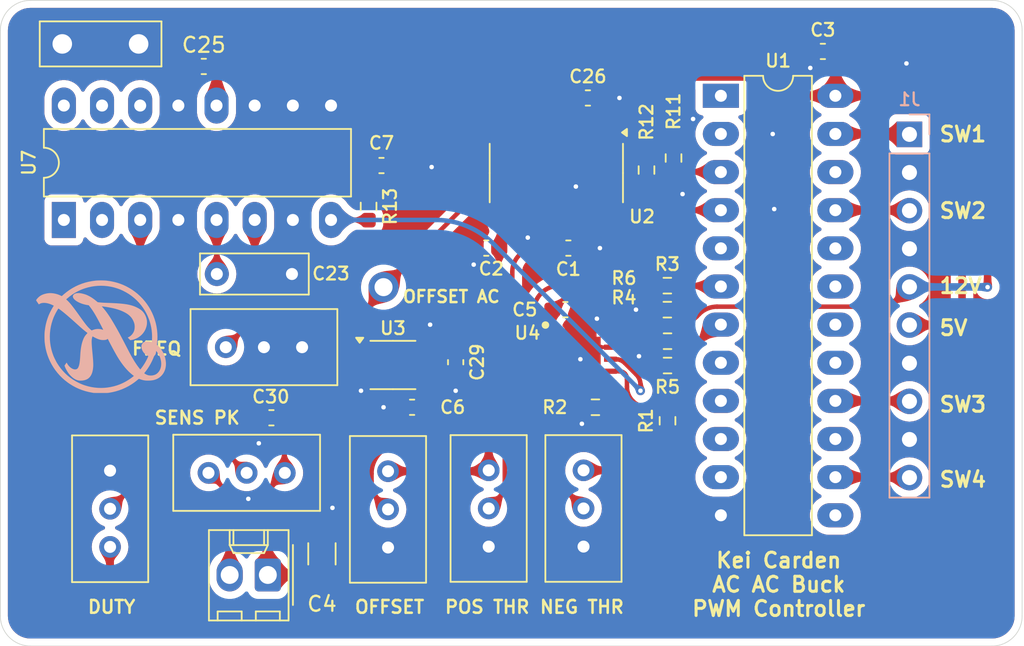
<source format=kicad_pcb>
(kicad_pcb (version 20240108) (generator "pcbnew") (generator_version "8.0")
  (layers (0 "F.Cu" signal) (31 "B.Cu" signal) (34 "B.Paste" user) (35 "F.Paste" user) (36 "B.SilkS" user "B.Silkscreen") (37 "F.SilkS" user "F.Silkscreen") (38 "B.Mask" user) (39 "F.Mask" user) (44 "Edge.Cuts" user))
  (net 0 "")
  (net 1 "GND")
  (net 2 "+12V")
  (net 3 "+5V")
  (net 4 "/PWM")
  (net 5 "Net-(U7-CT)")
  (net 6 "Net-(U7-RT)")
  (net 7 "Net-(U7-FB)")
  (net 8 "/PWMB_1")
  (net 9 "/PWMB_2")
  (net 10 "/PWMA_2")
  (net 11 "/NEG_SIG")
  (net 12 "/PWMA_1")
  (net 13 "/POS_SIG")
  (net 14 "Net-(U2C-+)")
  (net 15 "Net-(U2D--)")
  (net 16 "/VOLT_SIGNAL")
  (net 17 "Net-(U3B-+)")
  (net 18 "/enable")
  (net 19 "Net-(U4-RDT)")
  (net 22 "/PWM_2")
  (net 24 "/PWM_1")
  (net 25 "/VOLT_SIGNAL_BUFF")
  (net 43 "Net-(U4-HO)")
  (net 44 "Net-(U4-LO)")
  (net 45 "Net-(J6-Pin_2)")
  (net 46 "Net-(J6-Pin_1)")
  (footprint "Capacitor_SMD:C_0603_1608Metric_Pad1.08x0.95mm_HandSolder" (layer "F.Cu") (at 132.0375 102.8 180)
    (property "Reference" "C30")
    (property "Value" "100n")
  )
  (footprint "Capacitor_SMD:C_0603_1608Metric_Pad1.08x0.95mm_HandSolder" (layer "F.Cu") (at 151.6 95.6 180)
    (property "Reference" "C5")
    (property "Value" "1u")
  )
  (footprint "Capacitor_SMD:C_0603_1608Metric_Pad1.08x0.95mm_HandSolder" (layer "F.Cu") (at 168.7375 78.4)
    (property "Reference" "C3")
    (property "Value" "100n")
  )
  (footprint "logo:logo" (layer "F.Cu") (at 120.407023 98.59219)
    (property "Reference" "G***" (hide yes))
    (property "Value" "LOGO" (hide yes))
  )
  (footprint "Resistor_SMD:R_0603_1608Metric_Pad0.98x0.95mm_HandSolder" (layer "F.Cu") (at 157 86.3 -90)
    (property "Reference" "R12")
    (property "Value" "1k")
  )
  (footprint "Resistor_SMD:R_0603_1608Metric_Pad0.98x0.95mm_HandSolder" (layer "F.Cu") (at 158.4 99.32 180)
    (property "Reference" "R5")
    (property "Value" "EN")
  )
  (footprint "Capacitor_SMD:C_0603_1608Metric_Pad1.08x0.95mm_HandSolder" (layer "F.Cu") (at 139.3625 86 180)
    (property "Reference" "C7")
    (property "Value" "100n")
  )
  (footprint "Resistor_SMD:R_0603_1608Metric_Pad0.98x0.95mm_HandSolder" (layer "F.Cu") (at 153.6 102.1 180)
    (property "Reference" "R2")
    (property "Value" "R")
  )
  (footprint "Capacitor_SMD:C_0603_1608Metric_Pad1.08x0.95mm_HandSolder" (layer "F.Cu") (at 146.3375 91.5 180)
    (property "Reference" "C2")
    (property "Value" "1u")
  )
  (footprint "Potentiometer_THT:Potentiometer_Bourns_3296W_Vertical" (layer "F.Cu") (at 139.8 111.44 -90)
    (property "Reference" "OFFSET1" (hide yes))
    (property "Value" "10k")
  )
  (footprint "Potentiometer_THT:Potentiometer_Bourns_3296W_Vertical" (layer "F.Cu") (at 152.81 111.38 -90)
    (property "Reference" "NEG_THRESH1" (hide yes))
    (property "Value" "10k")
  )
  (footprint "Capacitor_THT:C_Rect_L7.0mm_W2.5mm_P5.00mm" (layer "F.Cu") (at 128.405 93.225)
    (property "Reference" "C23")
    (property "Value" "10n")
  )
  (footprint "Potentiometer_THT:Potentiometer_Bourns_3296W_Vertical" (layer "F.Cu") (at 127.85 106.47 180)
    (property "Reference" "AC_VOLT_SIG1" (hide yes))
    (property "Value" "10k")
  )
  (footprint "Capacitor_SMD:C_0603_1608Metric_Pad1.08x0.95mm_HandSolder" (layer "F.Cu") (at 144.3 99.1 -90)
    (property "Reference" "C29")
    (property "Value" "100n")
  )
  (footprint "Potentiometer_THT:Potentiometer_Bourns_3296W_Vertical" (layer "F.Cu") (at 121.3 106.32 90)
    (property "Reference" "DUTY1" (hide yes))
    (property "Value" "50k")
  )
  (footprint "Capacitor_SMD:C_0603_1608Metric_Pad1.08x0.95mm_HandSolder" (layer "F.Cu") (at 153.1 81.5)
    (property "Reference" "C26")
    (property "Value" "100n")
  )
  (footprint "Package_DIP:DIP-16_W7.62mm_LongPads" (layer "F.Cu") (at 118.225 89.625 90)
    (property "Reference" "U7")
    (property "Value" "TL494")
  )
  (footprint "TestPoint:TestPoint_2Pads_Pitch5.08mm_Drill1.3mm" (layer "F.Cu") (at 118.12 77.9)
    (property "Reference" "TP1" (hide yes))
    (property "Value" "GND")
  )
  (footprint "Resistor_SMD:R_0603_1608Metric_Pad0.98x0.95mm_HandSolder" (layer "F.Cu") (at 158.3875 94)
    (property "Reference" "R3")
    (property "Value" "R")
  )
  (footprint "Resistor_SMD:R_0603_1608Metric_Pad0.98x0.95mm_HandSolder" (layer "F.Cu") (at 158.3875 95.6 180)
    (property "Reference" "R6")
    (property "Value" "EN")
  )
  (footprint "Resistor_SMD:R_0603_1608Metric_Pad0.98x0.95mm_HandSolder" (layer "F.Cu") (at 138.505 88.725 -90)
    (property "Reference" "R13")
    (property "Value" "1k")
  )
  (footprint "Package_DIP:DIP-24_W7.62mm_LongPads" (layer "F.Cu") (at 161.95 81.355)
    (property "Reference" "U1")
    (property "Value" "ATF22V10BQL")
  )
  (footprint "Package_SO:SOIC-14_3.9x8.7mm_P1.27mm" (layer "F.Cu") (at 151 86.5 -90)
    (property "Reference" "U2")
    (property "Value" "LM339")
  )
  (footprint "Resistor_SMD:R_0603_1608Metric_Pad0.98x0.95mm_HandSolder" (layer "F.Cu") (at 158.4 97.7)
    (property "Reference" "R4")
    (property "Value" "R")
  )
  (footprint "Resistor_SMD:R_0603_1608Metric_Pad0.98x0.95mm_HandSolder" (layer "F.Cu") (at 158.8 85.5 -90)
    (property "Reference" "R11")
    (property "Value" "1k")
  )
  (footprint "Package_SO:VSSOP-8_3x3mm_P0.65mm" (layer "F.Cu") (at 140.125 99.285)
    (property "Reference" "U3")
    (property "Value" "LM8262")
  )
  (footprint "Potentiometer_THT:Potentiometer_Bourns_3296W_Vertical" (layer "F.Cu") (at 146.5 111.38 -90)
    (property "Reference" "POS_THRESH1" (hide yes))
    (property "Value" "10k")
  )
  (footprint "Capacitor_SMD:C_0603_1608Metric_Pad1.08x0.95mm_HandSolder" (layer "F.Cu") (at 151.8 91.5)
    (property "Reference" "C1")
    (property "Value" "1u")
  )
  (footprint "Capacitor_SMD:C_0603_1608Metric_Pad1.08x0.95mm_HandSolder" (layer "F.Cu") (at 141.4 102.1 180)
    (property "Reference" "C6")
    (property "Value" "100n")
  )
  (footprint "Resistor_SMD:R_0603_1608Metric_Pad0.98x0.95mm_HandSolder" (layer "F.Cu") (at 158.4 103 90)
    (property "Reference" "R1")
    (property "Value" "EN")
  )
  (footprint "Capacitor_SMD:C_0603_1608Metric_Pad1.08x0.95mm_HandSolder" (layer "F.Cu") (at 127.5375 79.4)
    (property "Reference" "C25")
    (property "Value" "100n")
  )
  (footprint "Potentiometer_THT:Potentiometer_Bourns_3296W_Vertical" (layer "F.Cu") (at 129 98.1 180)
    (property "Reference" "FREQ1" (hide yes))
    (property "Value" "50k")
  )
  (footprint "footprints:SON80P400X400X75-11N" (layer "F.Cu") (at 152.65 98.9)
    (property "Reference" "U4")
    (property "Value" "~" (hide yes))
  )
  (footprint "Connector_Molex:Molex_KK-254_AE-6410-02A_1x02_P2.54mm_Vertical" (layer "F.Cu") (at 131.8 113.27 180)
    (property "Reference" "J6" (hide yes))
    (property "Value" "12V_TRANS")
  )
  (footprint "Capacitor_SMD:C_1206_3216Metric_Pad1.33x1.80mm_HandSolder" (layer "F.Cu") (at 135.4 111.8625 90)
    (property "Reference" "C4")
    (property "Value" "100n")
  )
  (footprint "Connector_PinHeader_2.54mm:PinHeader_1x10_P2.54mm_Vertical" (layer "B.Cu") (at 174.5 83.925 180)
    (property "Reference" "J1")
    (property "Value" "Control_Board_Conn")
  )
  (gr_line (start 182 77) (end 182 116) (stroke (width 0.05)) (layer "Edge.Cuts"))
  (gr_arc (start 182 116) (mid 181.414214 117.414214) (end 180 118) (stroke (width 0.05)) (layer "Edge.Cuts"))
  (gr_arc (start 180 75) (mid 181.414214 75.585786) (end 182 77) (stroke (width 0.05)) (layer "Edge.Cuts"))
  (gr_line (start 180 118) (end 116 118) (stroke (width 0.05)) (layer "Edge.Cuts"))
  (gr_arc (start 116 118) (mid 114.585786 117.414214) (end 114 116) (stroke (width 0.05)) (layer "Edge.Cuts"))
  (gr_line (start 116 75) (end 180 75) (stroke (width 0.05)) (layer "Edge.Cuts"))
  (gr_arc (start 114 77) (mid 114.585786 75.585786) (end 116 75) (stroke (width 0.05)) (layer "Edge.Cuts"))
  (gr_line (start 114 116) (end 114 77) (stroke (width 0.05)) (layer "Edge.Cuts"))
  (gr_text "SW4" (at 176.4 107.5 0) (layer "F.SilkS") (effects (font (size 1 1) (thickness 0.2) (bold yes)) (justify left bottom)))
  (gr_text "OFFSET AC" (at 140.7 95.2 0) (layer "F.SilkS") (effects (font (size 0.8 0.8) (thickness 0.17) (bold yes)) (justify left bottom)))
  (gr_text "5V\n" (at 176.4 97.4 0) (layer "F.SilkS") (effects (font (size 1 1) (thickness 0.2) (bold yes)) (justify left bottom)))
  (gr_text "12V" (at 176.4 94.6 0) (layer "F.SilkS") (effects (font (size 1 1) (thickness 0.2) (bold yes)) (justify left bottom)))
  (gr_text "SW1" (at 176.4 84.5 0) (layer "F.SilkS") (effects (font (size 1 1) (thickness 0.2) (bold yes)) (justify left bottom)))
  (gr_text "SW3" (at 176.4 102.5 0) (layer "F.SilkS") (effects (font (size 1 1) (thickness 0.2) (bold yes)) (justify left bottom)))
  (gr_text "SW2" (at 176.4 89.6 0) (layer "F.SilkS") (effects (font (size 1 1) (thickness 0.2) (bold yes)) (justify left bottom)))
  (gr_text "Kei Carden\nAC AC Buck\nPWM Controller" (at 165.8 116.1 0) (layer "F.SilkS") (effects (font (size 1 1) (thickness 0.2) (bold yes)) (justify bottom)))
  (via (at 130.5 108.2) (size 0.6) (drill 0.3) (layers "F.Cu" "B.Cu") (net 1))
  (via (at 174.3 79.2) (size 0.6) (drill 0.3) (layers "F.Cu" "B.Cu") (net 1))
  (via (at 131.2 104.5) (size 0.6) (drill 0.3) (layers "F.Cu" "B.Cu") (net 1))
  (via (at 167.9 79.5) (size 0.6) (drill 0.3) (layers "F.Cu" "B.Cu") (net 1))
  (via (at 165.5 88.9) (size 0.6) (drill 0.3) (layers "F.Cu" "B.Cu") (net 1))
  (via (at 153.7 96.2) (size 0.6) (drill 0.3) (layers "F.Cu" "B.Cu") (net 1))
  (via (at 142.6 96.6) (size 0.6) (drill 0.3) (layers "F.Cu" "B.Cu") (net 1))
  (via (at 156.5 98.7) (size 0.6) (drill 0.3) (layers "F.Cu" "B.Cu") (net 1))
  (via (at 138 101) (size 0.6) (drill 0.3) (layers "F.Cu" "B.Cu") (net 1))
  (via (at 152.3 87.4) (size 0.6) (drill 0.3) (layers "F.Cu" "B.Cu") (net 1))
  (via (at 149.1 90.8) (size 0.6) (drill 0.3) (layers "F.Cu" "B.Cu") (net 1))
  (via (at 145.5 92.6) (size 0.6) (drill 0.3) (layers "F.Cu" "B.Cu") (net 1))
  (via (at 160.1 82.9) (size 0.6) (drill 0.3) (layers "F.Cu" "B.Cu") (net 1))
  (via (at 156.3 95.6) (size 0.6) (drill 0.3) (layers "F.Cu" "B.Cu") (net 1))
  (via (at 142.7 86.1) (size 0.6) (drill 0.3) (layers "F.Cu" "B.Cu") (net 1))
  (via (at 139.5 102.1) (size 0.6) (drill 0.3) (layers "F.Cu" "B.Cu") (net 1))
  (via (at 144.3 101) (size 0.6) (drill 0.3) (layers "F.Cu" "B.Cu") (net 1))
  (via (at 155.2 81.5) (size 0.6) (drill 0.3) (layers "F.Cu" "B.Cu") (net 1))
  (via (at 165.4 83.9) (size 0.6) (drill 0.3) (layers "F.Cu" "B.Cu") (net 1))
  (via (at 153.9 91.5) (size 0.6) (drill 0.3) (layers "F.Cu" "B.Cu") (net 1))
  (via (at 159.4 87.9) (size 0.6) (drill 0.3) (layers "F.Cu" "B.Cu") (net 1))
  (via (at 136.1 108.8) (size 0.6) (drill 0.3) (layers "F.Cu" "B.Cu") (net 1))
  (via (at 152.6 98.9) (size 0.6) (drill 0.3) (layers "F.Cu" "B.Cu") (net 1))
  (via (at 152.7 103.2) (size 0.6) (drill 0.3) (layers "F.Cu" "B.Cu") (net 1))
  (segment (start 160.35 96.05) (end 160.508411 95.891589) (width 0.3) (layer "F.Cu") (net 2))
  (segment (start 179.7 82.297576) (end 179.7 94.1) (width 0.5) (layer "F.Cu") (net 2))
  (segment (start 152.71875 94.7) (end 152.273896 94.7) (width 0.3) (layer "F.Cu") (net 2))
  (segment (start 154.564559 95.464559) (end 154.8 95.7) (width 0.3) (layer "F.Cu") (net 2))
  (segment (start 151.1875 95.15) (end 150.7375 95.6) (width 0.3) (layer "F.Cu") (net 2))
  (segment (start 128.4 79.4) (end 128.4 78.340606) (width 0.5) (layer "F.Cu") (net 2))
  (segment (start 157.214213 96.7) (end 158.780761 96.7) (width 0.3) (layer "F.Cu") (net 2))
  (segment (start 150.7 97.326516) (end 150.7 98.1) (width 0.3) (layer "F.Cu") (net 2))
  (segment (start 128.3925 81.9975) (end 128.385 82.005) (width 0.5) (layer "F.Cu") (net 2))
  (segment (start 173.8425 94.7425) (end 174.5 94.085) (width 0.3) (layer "F.Cu") (net 2))
  (segment (start 150.7375 97.235983) (end 150.7375 95.6) (width 0.3) (layer "F.Cu") (net 2))
  (segment (start 128.4 79.4) (end 128.4 81.979393) (width 0.5) (layer "F.Cu") (net 2))
  (segment (start 161.695213 95.4) (end 172.255154 95.4) (width 0.3) (layer "F.Cu") (net 2))
  (segment (start 128.805 77.895) (end 128.3925 78.3075) (width 0.5) (layer "F.Cu") (net 2))
  (segment (start 174.877423 77.475) (end 129.818969 77.475) (width 0.5) (layer "F.Cu") (net 2))
  (via (at 179.7 94.1) (size 0.6) (drill 0.3) (layers "F.Cu" "B.Cu") (net 2))
  (arc (start 178.2875 78.8875) (mid 176.722943 77.842096) (end 174.877423 77.475) (width 0.5) (layer "F.Cu") (net 2))
  (arc (start 150.71875 97.28125) (mid 150.704872 97.302018) (end 150.7 97.326516) (width 0.3) (layer "F.Cu") (net 2))
  (arc (start 129.818969 77.475) (mid 129.270213 77.584154) (end 128.805 77.895) (width 0.5) (layer "F.Cu") (net 2))
  (arc (start 128.3925 78.3225) (mid 128.39805 78.330807) (end 128.4 78.340606) (width 0.5) (layer "F.Cu") (net 2))
  (arc (start 154.564559 95.464559) (mid 153.717694 94.898702) (end 152.71875 94.7) (width 0.3) (layer "F.Cu") (net 2))
  (arc (start 152.273896 94.7) (mid 151.685942 94.816951) (end 151.1875 95.15) (width 0.3) (layer "F.Cu") (net 2))
  (arc (start 128.3925 78.3075) (mid 128.389393 78.315) (end 128.3925 78.3225) (width 0.5) (layer "F.Cu") (net 2))
  (arc (start 178.2875 78.8875) (mid 179.332903 80.452056) (end 179.7 82.297576) (width 0.5) (layer "F.Cu") (net 2))
  (arc (start 160.35 96.05) (mid 159.630027 96.53107) (end 158.780761 96.7) (width 0.3) (layer "F.Cu") (net 2))
  (arc (start 128.4 81.979393) (mid 128.39805 81.989192) (end 128.3925 81.9975) (width 0.5) (layer "F.Cu") (net 2))
  (arc (start 154.8 95.7) (mid 155.90765 96.440108) (end 157.214213 96.7) (width 0.3) (layer "F.Cu") (net 2))
  (arc (start 173.8425 94.7425) (mid 173.114219 95.229121) (end 172.255154 95.4) (width 0.3) (layer "F.Cu") (net 2))
  (arc (start 161.695213 95.4) (mid 161.052921 95.52776) (end 160.508411 95.891589) (width 0.3) (layer "F.Cu") (net 2))
  (arc (start 150.7375 97.235983) (mid 150.732627 97.260481) (end 150.71875 97.28125) (width 0.3) (layer "F.Cu") (net 2))
  (segment (start 179.674393 94.085) (end 174.5 94.085) (width 0.5) (layer "B.Cu") (net 2))
  (segment (start 179.7 94.1) (end 179.6925 94.0925) (width 0.5) (layer "B.Cu") (net 2))
  (arc (start 179.6925 94.0925) (mid 179.684192 94.086949) (end 179.674393 94.085) (width 0.5) (layer "B.Cu") (net 2))
  (segment (start 178 95.0875) (end 178 96.1125) (width 0.5) (layer "F.Cu") (net 3))
  (segment (start 157.20625 106.3) (end 152.81 106.3) (width 0.5) (layer "F.Cu") (net 3))
  (segment (start 138.507227 85.692995) (end 138.507227 85.992773) (width 0.5) (layer "F.Cu") (net 3))
  (segment (start 138.507227 85.992773) (end 138.5 86) (width 0.5) (layer "F.Cu") (net 3))
  (segment (start 157.446446 84.941053) (end 157 85.3875) (width 0.5) (layer "F.Cu") (net 3))
  (segment (start 158.8 84.5875) (end 158.3 84.5875) (width 0.5) (layer "F.Cu") (net 3))
  (segment (start 177.4875 96.625) (end 174.5 96.625) (width 0.5) (layer "F.Cu") (net 3))
  (segment (start 178 82.456083) (end 178 95.0875) (width 0.5) (layer "F.Cu") (net 3))
  (segment (start 146.5 106.257573) (end 146.5 100.035391) (width 0.5) (layer "F.Cu") (net 3))
  (segment (start 138.5 86) (end 138.505 86.005) (width 0.5) (layer "F.Cu") (net 3))
  (segment (start 173.220101 115.4) (end 157.15 115.4) (width 0.5) (layer "F.Cu") (net 3))
  (segment (start 152.2375 81.5) (end 152.2375 80.211694) (width 0.5) (layer "F.Cu") (net 3))
  (segment (start 158.4 105.10625) (end 158.4 103.9125) (width 0.5) (layer "F.Cu") (net 3))
  (segment (start 152.193305 80.1675) (end 144.886463 80.1675) (width 0.5) (layer "F.Cu") (net 3))
  (segment (start 169.6 81.303786) (end 169.6 78.4) (width 0.5) (layer "F.Cu") (net 3))
  (segment (start 122.077817 114.377817) (end 122.2 114.5) (width 0.5) (layer "F.Cu") (net 3))
  (segment (start 157.15 115.4) (end 154.65 115.4) (width 0.5) (layer "F.Cu") (net 3))
  (segment (start 141.45 106.36) (end 139.8 106.36) (width 0.5) (layer "F.Cu") (net 3))
  (segment (start 178 96.1125) (end 178 95.0875) (width 0.5) (layer "F.Cu") (net 3))
  (segment (start 164.221116 80.105) (end 160.1425 80.105) (width 0.5) (layer "F.Cu") (net 3))
  (segment (start 154.65 115.4) (end 157.071572 115.4) (width 0.5) (layer "F.Cu") (net 3))
  (segment (start 176.898916 81.355) (end 169.591213 81.355) (width 0.5) (layer "F.Cu") (net 3))
  (segment (start 167.238883 81.355) (end 169.548786 81.355) (width 0.5) (layer "F.Cu") (net 3))
  (segment (start 169.591213 81.355) (end 169.548786 81.355) (width 0.5) (layer "F.Cu") (net 3))
  (segment (start 143.7 115.4) (end 144.7 115.4) (width 0.5) (layer "F.Cu") (net 3))
  (segment (start 141.038706 81.761292) (end 139.626399 83.1736) (width 0.5) (layer "F.Cu") (net 3))
  (segment (start 144.724608 98.26) (end 142.2875 98.26) (width 0.5) (layer "F.Cu") (net 3))
  (segment (start 159.2475 80.105) (end 152.344194 80.105) (width 0.5) (layer "F.Cu") (net 3))
  (segment (start 159.2475 80.105) (end 160.1425 80.105) (width 0.5) (layer "F.Cu") (net 3))
  (segment (start 143.27071 115.4) (end 143.7 115.4) (width 0.5) (layer "F.Cu") (net 3))
  (segment (start 158.8 80.5525) (end 158.8 84.5875) (width 0.5) (layer "F.Cu") (net 3))
  (segment (start 157.15 115.4) (end 157.071572 115.4) (width 0.5) (layer "F.Cu") (net 3))
  (segment (start 144.7 115.4) (end 154.65 115.4) (width 0.5) (layer "F.Cu") (net 3))
  (segment (start 152.25375 84.00875) (end 152.27 84.025) (width 0.5) (layer "F.Cu") (net 3))
  (segment (start 143.1 108.01) (end 143.1 115.229289) (width 0.5) (layer "F.Cu") (net 3))
  (segment (start 143.7 115.4) (end 124.372792 115.4) (width 0.5) (layer "F.Cu") (net 3))
  (segment (start 141.45 106.36) (end 144.75 106.36) (width 0.5) (layer "F.Cu") (net 3))
  (segment (start 142.2 98.2725) (end 142.2375 98.31) (width 0.3) (layer "F.Cu") (net 3))
  (segment (start 158.4 114.15) (end 158.4 107.49375) (width 0.5) (layer "F.Cu") (net 3))
  (segment (start 138.505 86.005) (end 138.505 87.8125) (width 0.5) (layer "F.Cu") (net 3))
  (segment (start 152.2375 81.5) (end 152.2375 83.969519) (width 0.5) (layer "F.Cu") (net 3))
  (segment (start 158.4 105.10625) (end 158.4 107.49375) (width 0.5) (layer "F.Cu") (net 3))
  (segment (start 144.7 115.4) (end 143.7 115.4) (width 0.5) (layer "F.Cu") (net 3))
  (segment (start 160.1425 80.105) (end 159.2475 80.105) (width 0.5) (layer "F.Cu") (net 3))
  (segment (start 144.75 106.36) (end 146.397573 106.36) (width 0.5) (layer "F.Cu") (net 3))
  (segment (start 178 96.1125) (end 178 110.620101) (width 0.5) (layer "F.Cu") (net 3))
  (segment (start 121.3 112.5) (end 121.3 111.4) (width 0.5) (layer "F.Cu") (net 3))
  (arc (start 143.1 115.229289) (mid 143.112994 115.294617) (end 143.15 115.35) (width 0.5) (layer "F.Cu") (net 3))
  (arc (start 169.548786 81.355) (mid 169.568385 81.351101) (end 169.585 81.34) (width 0.5) (layer "F.Cu") (net 3))
  (arc (start 159.2475 80.105) (mid 159.2475 80.105) (end 159.2475 80.105) (width 0.5) (layer "F.Cu") (net 3))
  (arc (start 143.1 114.15) (mid 142.733883 115.033883) (end 141.85 115.4) (width 0.5) (layer "F.Cu") (net 3))
  (arc (start 143.7 115.4) (mid 143.7 115.4) (end 143.7 115.4) (width 0.5) (layer "F.Cu") (net 3))
  (arc (start 121.3 112.5) (mid 121.502148 113.516267) (end 122.077817 114.377817) (width 0.5) (layer "F.Cu") (net 3))
  (arc (start 157.071572 115.4) (mid 157.110786 115.4) (end 157.15 115.4) (width 0.5) (layer "F.Cu") (net 3))
  (arc (start 143.1 108.01) (mid 142.616726 106.843273) (end 141.45 106.36) (width 0.5) (layer "F.Cu") (net 3))
  (arc (start 152.2375 83.969519) (mid 152.241723 83.99075) (end 152.25375 84.00875) (width 0.5) (layer "F.Cu") (net 3))
  (arc (start 177.6775 81.6775) (mid 177.320282 81.438815) (end 176.898916 81.355) (width 0.5) (layer "F.Cu") (net 3))
  (arc (start 159.2475 80.105) (mid 158.931069 80.236069) (end 158.8 80.5525) (width 0.5) (layer "F.Cu") (net 3))
  (arc (start 145.98 98.78) (mid 146.364856 99.355978) (end 146.5 100.035391) (width 0.5) (layer "F.Cu") (net 3))
  (arc (start 146.5 106.257573) (mid 146.492203 106.29677) (end 146.47 106.33) (width 0.5) (layer "F.Cu") (net 3))
  (arc (start 176.6 114) (mid 175.049289 115.036151) (end 173.220101 115.4) (width 0.5) (layer "F.Cu") (net 3))
  (arc (start 169.585 81.34) (mid 169.583095 81.349575) (end 169.591213 81.355) (width 0.5) (layer "F.Cu") (net 3))
  (arc (start 143.15 115.35) (mid 143.205382 115.387005) (end 143.27071 115.4) (width 0.5) (layer "F.Cu") (net 3))
  (arc (start 157.20625 106.3) (mid 158.050358 105.950358) (end 158.4 105.10625) (width 0.5) (layer "F.Cu") (net 3))
  (arc (start 169.6 81.303786) (mid 169.596101 81.323385) (end 169.585 81.34) (width 0.5) (layer "F.Cu") (net 3))
  (arc (start 178 110.620101) (mid 177.636151 112.449289) (end 176.6 114) (width 0.5) (layer "F.Cu") (net 3))
  (arc (start 122.2 114.5) (mid 123.196885 115.166097) (end 124.372792 115.4) (width 0.5) (layer "F.Cu") (net 3))
  (arc (start 178 96.1125) (mid 178 96.1125) (end 178 96.1125) (width 0.5) (layer "F.Cu") (net 3))
  (arc (start 152.193305 80.1675) (mid 152.234135 80.159378) (end 152.26875 80.13625) (width 0.5) (layer "F.Cu") (net 3))
  (arc (start 144.35 115.4) (mid 143.466117 115.033883) (end 143.1 114.15) (width 0.5) (layer "F.Cu") (net 3))
  (arc (start 178 95.375) (mid 177.633883 96.258883) (end 176.75 96.625) (width 0.5) (layer "F.Cu") (net 3))
  (arc (start 177.6775 81.6775) (mid 177.916184 82.034717) (end 178 82.456083) (width 0.5) (layer "F.Cu") (net 3))
  (arc (start 152.344194 80.105) (mid 152.303364 80.113121) (end 152.26875 80.13625) (width 0.5) (layer "F.Cu") (net 3))
  (arc (start 158.8 81.35) (mid 159.166117 80.466117) (end 160.05 80.1) (width 0.5) (layer "F.Cu") (net 3))
  (arc (start 178 96.1125) (mid 177.849892 96.474892) (end 177.4875 96.625) (width 0.5) (layer "F.Cu") (net 3))
  (arc (start 158.3 84.5875) (mid 157.83806 84.679385) (end 157.446446 84.941053) (width 0.5) (layer "F.Cu") (net 3))
  (arc (start 144.886463 80.1675) (mid 142.804072 80.581713) (end 141.038706 81.761292) (width 0.5) (layer "F.Cu") (net 3))
  (arc (start 176.75 96.625) (mid 177.633883 96.991117) (end 178 97.875) (width 0.5) (layer "F.Cu") (net 3))
  (arc (start 145.98 98.78) (mid 145.404021 98.395143) (end 144.724608 98.26) (width 0.5) (layer "F.Cu") (net 3))
  (arc (start 146.47 106.33) (mid 146.43677 106.352203) (end 146.397573 106.36) (width 0.5) (layer "F.Cu") (net 3))
  (arc (start 157.55 80.1) (mid 158.433883 80.466117) (end 158.8 81.35) (width 0.5) (layer "F.Cu") (net 3))
  (arc (start 139.626399 83.1736) (mid 138.833448 84.329388) (end 138.507227 85.692995) (width 0.5) (layer "F.Cu") (net 3))
  (arc (start 158.4 114.15) (mid 158.033883 115.033883) (end 157.15 115.4) (width 0.5) (layer "F.Cu") (net 3))
  (arc (start 165.73 80.73) (mid 166.422281 81.192567) (end 167.238883 81.355) (width 0.5) (layer "F.Cu") (net 3))
  (arc (start 152.2375 80.211694) (mid 152.224555 80.180444) (end 152.193305 80.1675) (width 0.5) (layer "F.Cu") (net 3))
  (arc (start 165.73 80.73) (mid 165.037718 80.267432) (end 164.221116 80.105) (width 0.5) (layer "F.Cu") (net 3))
  (arc (start 144.75 106.36) (mid 143.583273 106.843273) (end 143.1 108.01) (width 0.5) (layer "F.Cu") (net 3))
  (arc (start 152.26875 80.13625) (mid 152.245621 80.170864) (end 152.2375 80.211694) (width 0.5) (layer "F.Cu") (net 3))
  (arc (start 159.65 115.4) (mid 158.766117 115.033883) (end 158.4 114.15) (width 0.5) (layer "F.Cu") (net 3))
  (arc (start 158.4 107.49375) (mid 158.050358 106.649641) (end 157.20625 106.3) (width 0.5) (layer "F.Cu") (net 3))
  (segment (start 155.557107 99.15) (end 156.314644 99.907537) (width 0.3) (layer "F.Cu") (net 4))
  (segment (start 138.49875 89.63125) (end 138.505 89.6375) (width 0.3) (layer "F.Cu") (net 4))
  (segment (start 156.6 100.596446) (end 156.6 101) (width 0.3) (layer "F.Cu") (net 4))
  (segment (start 154.953553 98.9) (end 154.6 98.9) (width 0.3) (layer "F.Cu") (net 4))
  (segment (start 138.483661 89.625) (end 136.005 89.625) (width 0.3) (layer "F.Cu") (net 4))
  (via (at 156.6 101) (size 0.6) (drill 0.3) (layers "F.Cu" "B.Cu") (net 4))
  (arc (start 138.49875 89.63125) (mid 138.491827 89.626624) (end 138.483661 89.625) (width 0.3) (layer "F.Cu") (net 4))
  (arc (start 155.557107 99.15) (mid 155.280194 98.964972) (end 154.953553 98.9) (width 0.3) (layer "F.Cu") (net 4))
  (arc (start 156.314644 99.907537) (mid 156.525838 100.223611) (end 156.6 100.596446) (width 0.3) (layer "F.Cu") (net 4))
  (segment (start 146.818792 91.218792) (end 156.6 101) (width 0.3) (layer "B.Cu") (net 4))
  (segment (start 142.971036 89.625) (end 136.005 89.625) (width 0.3) (layer "B.Cu") (net 4))
  (arc (start 146.818792 91.218792) (mid 145.053426 90.039213) (end 142.971036 89.625) (width 0.3) (layer "B.Cu") (net 4))
  (segment (start 128.395 89.635) (end 128.385 89.625) (width 0.3) (layer "F.Cu") (net 5))
  (segment (start 128.405 89.659142) (end 128.405 93.225) (width 0.3) (layer "F.Cu") (net 5))
  (arc (start 128.395 89.635) (mid 128.402401 89.646076) (end 128.405 89.659142) (width 0.3) (layer "F.Cu") (net 5))
  (segment (start 129.9625 97.1375) (end 129 98.1) (width 0.3) (layer "F.Cu") (net 6))
  (segment (start 130.925 94.813819) (end 130.925 89.625) (width 0.3) (layer "F.Cu") (net 6))
  (arc (start 130.925 94.813819) (mid 130.674854 96.071386) (end 129.9625 97.1375) (width 0.3) (layer "F.Cu") (net 6))
  (segment (start 123.305 105.43725) (end 123.305 89.625) (width 0.3) (layer "F.Cu") (net 7))
  (segment (start 122.3025 107.8575) (end 121.3 108.86) (width 0.3) (layer "F.Cu") (net 7))
  (arc (start 123.305 105.43725) (mid 123.044458 106.74708) (end 122.3025 107.8575) (width 0.3) (layer "F.Cu") (net 7))
  (segment (start 174.485 88.99) (end 174.5 89.005) (width 0.3) (layer "F.Cu") (net 8))
  (segment (start 174.448786 88.975) (end 169.57 88.975) (width 0.5) (layer "F.Cu") (net 8))
  (arc (start 174.485 88.99) (mid 174.468385 88.978898) (end 174.448786 88.975) (width 0.3) (layer "F.Cu") (net 8))
  (segment (start 174.4775 106.7775) (end 174.5 106.8) (width 0.3) (layer "F.Cu") (net 9))
  (segment (start 174.42318 106.755) (end 169.57 106.755) (width 0.5) (layer "F.Cu") (net 9))
  (arc (start 174.4775 106.7775) (mid 174.452577 106.760847) (end 174.42318 106.755) (width 0.3) (layer "F.Cu") (net 9))
  (segment (start 174.485 101.69) (end 174.5 101.705) (width 0.3) (layer "F.Cu") (net 10))
  (segment (start 174.448786 101.675) (end 169.57 101.675) (width 0.5) (layer "F.Cu") (net 10))
  (arc (start 174.485 101.69) (mid 174.468385 101.678898) (end 174.448786 101.675) (width 0.3) (layer "F.Cu") (net 10))
  (segment (start 157.88125 88.975) (end 156.11875 88.975) (width 0.3) (layer "F.Cu") (net 11))
  (segment (start 156.11875 88.975) (end 154.81 88.975) (width 0.3) (layer "F.Cu") (net 11))
  (segment (start 157 88.09375) (end 157 87.2125) (width 0.3) (layer "F.Cu") (net 11))
  (segment (start 157.88125 88.975) (end 161.95 88.975) (width 0.3) (layer "F.Cu") (net 11))
  (arc (start 156.11875 88.975) (mid 156.741887 88.716887) (end 157 88.09375) (width 0.3) (layer "F.Cu") (net 11))
  (arc (start 157 88.09375) (mid 157.258112 88.716887) (end 157.88125 88.975) (width 0.3) (layer "F.Cu") (net 11))
  (segment (start 174.448786 83.895) (end 169.57 83.895) (width 0.5) (layer "F.Cu") (net 12))
  (segment (start 174.485 83.91) (end 174.5 83.925) (width 0.3) (layer "F.Cu") (net 12))
  (arc (start 174.485 83.91) (mid 174.468385 83.898898) (end 174.448786 83.895) (width 0.3) (layer "F.Cu") (net 12))
  (segment (start 158.826516 86.4125) (end 161.91159 86.4125) (width 0.3) (layer "F.Cu") (net 13))
  (segment (start 153.54 88.3175) (end 153.54 88.975) (width 0.3) (layer "F.Cu") (net 13))
  (segment (start 154.182499 87.017499) (end 154.004922 87.195077) (width 0.3) (layer "F.Cu") (net 13))
  (segment (start 161.93875 86.42375) (end 161.95 86.435) (width 0.3) (layer "F.Cu") (net 13))
  (segment (start 155.733632 86.375) (end 158.735983 86.375) (width 0.3) (layer "F.Cu") (net 13))
  (arc (start 154.004922 87.195077) (mid 153.660829 87.710049) (end 153.54 88.3175) (width 0.3) (layer "F.Cu") (net 13))
  (arc (start 161.93875 86.42375) (mid 161.926288 86.415423) (end 161.91159 86.4125) (width 0.3) (layer "F.Cu") (net 13))
  (arc (start 158.78125 86.39375) (mid 158.760481 86.379872) (end 158.735983 86.375) (width 0.3) (layer "F.Cu") (net 13))
  (arc (start 155.733632 86.375) (mid 154.894165 86.54198) (end 154.182499 87.017499) (width 0.3) (layer "F.Cu") (net 13))
  (arc (start 158.78125 86.39375) (mid 158.802018 86.407627) (end 158.826516 86.4125) (width 0.3) (layer "F.Cu") (net 13))
  (segment (start 149.663792 105.663792) (end 152.799393 108.799393) (width 0.3) (layer "F.Cu") (net 14))
  (segment (start 149.657609 91.5) (end 150.893305 91.5) (width 0.3) (layer "F.Cu") (net 14))
  (segment (start 151 91.393305) (end 151 88.975) (width 0.3) (layer "F.Cu") (net 14))
  (segment (start 148.07 93.087609) (end 148.07 101.816036) (width 0.3) (layer "F.Cu") (net 14))
  (segment (start 152.81 108.825) (end 152.81 108.84) (width 0.3) (layer "F.Cu") (net 14))
  (arc (start 148.535 91.965) (mid 148.190849 92.480057) (end 148.07 93.087609) (width 0.3) (layer "F.Cu") (net 14))
  (arc (start 149.657609 91.5) (mid 149.050057 91.620849) (end 148.535 91.965) (width 0.3) (layer "F.Cu") (net 14))
  (arc (start 148.07 101.816036) (mid 148.484213 103.898426) (end 149.663792 105.663792) (width 0.3) (layer "F.Cu") (net 14))
  (arc (start 151 91.393305) (mid 150.991878 91.434135) (end 150.96875 91.46875) (width 0.3) (layer "F.Cu") (net 14))
  (arc (start 150.96875 91.46875) (mid 150.934135 91.491878) (end 150.893305 91.5) (width 0.3) (layer "F.Cu") (net 14))
  (arc (start 152.799393 108.799393) (mid 152.807243 108.811141) (end 152.81 108.825) (width 0.3) (layer "F.Cu") (net 14))
  (segment (start 147.035 108.305) (end 146.5 108.84) (width 0.3) (layer "F.Cu") (net 15))
  (segment (start 147.19 91.482928) (end 147.19 88.975) (width 0.3) (layer "F.Cu") (net 15))
  (segment (start 147.57 93.676629) (end 147.57 107.013395) (width 0.3) (layer "F.Cu") (net 15))
  (segment (start 147.2 91.507071) (end 147.2 92.78337) (width 0.3) (layer "F.Cu") (net 15))
  (arc (start 147.19 91.482928) (mid 147.191299 91.489461) (end 147.195 91.495) (width 0.3) (layer "F.Cu") (net 15))
  (arc (start 147.2 92.78337) (mid 147.248079 93.025084) (end 147.385 93.23) (width 0.3) (layer "F.Cu") (net 15))
  (arc (start 147.57 107.013395) (mid 147.430958 107.712406) (end 147.035 108.305) (width 0.3) (layer "F.Cu") (net 15))
  (arc (start 147.195 91.495) (mid 147.1987 91.500538) (end 147.2 91.507071) (width 0.3) (layer "F.Cu") (net 15))
  (arc (start 147.385 93.23) (mid 147.52192 93.434915) (end 147.57 93.676629) (width 0.3) (layer "F.Cu") (net 15))
  (segment (start 129.62 105.7) (end 130.39 106.47) (width 0.3) (layer "F.Cu") (net 16))
  (segment (start 137.30125 99.61) (end 135.87875 99.61) (width 0.3) (layer "F.Cu") (net 16))
  (segment (start 128.85 102.49501) (end 128.85 103.841055) (width 0.3) (layer "F.Cu") (net 16))
  (segment (start 137.30125 99.61) (end 138.0125 99.61) (width 0.3) (layer "F.Cu") (net 16))
  (segment (start 131.73501 99.61) (end 135.87875 99.61) (width 0.3) (layer "F.Cu") (net 16))
  (arc (start 129.695 100.455) (mid 129.069608 101.390964) (end 128.85 102.49501) (width 0.3) (layer "F.Cu") (net 16))
  (arc (start 128.85 103.841055) (mid 129.050116 104.847108) (end 129.62 105.7) (width 0.3) (layer "F.Cu") (net 16))
  (arc (start 131.73501 99.61) (mid 130.630964 99.829608) (end 129.695 100.455) (width 0.3) (layer "F.Cu") (net 16))
  (segment (start 139.25 108.35) (end 139.8 108.9) (width 0.3) (layer "F.Cu") (net 17))
  (segment (start 138.7 107.022182) (end 138.7 106.522169) (width 0.3) (layer "F.Cu") (net 17))
  (segment (start 142.2375 102.1625) (end 139.281363 105.118636) (width 0.3) (layer "F.Cu") (net 17))
  (segment (start 142.2375 102.1625) (end 142.2375 100.26) (width 0.3) (layer "F.Cu") (net 17))
  (arc (start 139.281363 105.118636) (mid 138.851092 105.762582) (end 138.7 106.522169) (width 0.3) (layer "F.Cu") (net 17))
  (arc (start 138.7 107.022182) (mid 138.84294 107.740792) (end 139.25 108.35) (width 0.3) (layer "F.Cu") (net 17))
  (segment (start 155.7 100.212132) (end 155.7 100.743153) (width 0.3) (layer "F.Cu") (net 18))
  (segment (start 158.2625 102.0875) (end 157.044346 102.0875) (width 0.3) (layer "F.Cu") (net 18))
  (segment (start 158.4 101.95) (end 158.4 101.8125) (width 0.3) (layer "F.Cu") (net 18))
  (segment (start 155.187867 99.7) (end 154.6 99.7) (width 0.3) (layer "F.Cu") (net 18))
  (arc (start 155.7 100.743153) (mid 155.802332 101.257612) (end 156.09375 101.69375) (width 0.3) (layer "F.Cu") (net 18))
  (arc (start 156.09375 101.69375) (mid 156.529887 101.985167) (end 157.044346 102.0875) (width 0.3) (layer "F.Cu") (net 18))
  (arc (start 155.55 99.85) (mid 155.661016 100.016147) (end 155.7 100.212132) (width 0.3) (layer "F.Cu") (net 18))
  (arc (start 158.4 101.95) (mid 158.359727 102.047227) (end 158.2625 102.0875) (width 0.3) (layer "F.Cu") (net 18))
  (arc (start 155.55 99.85) (mid 155.383852 99.738983) (end 155.187867 99.7) (width 0.3) (layer "F.Cu") (net 18))
  (segment (start 154.55625 102.05625) (end 154.5125 102.1) (width 0.3) (layer "F.Cu") (net 19))
  (segment (start 154.6 101.950628) (end 154.6 100.5) (width 0.3) (layer "F.Cu") (net 19))
  (arc (start 154.6 101.950628) (mid 154.588629 102.00779) (end 154.55625 102.05625) (width 0.3) (layer "F.Cu") (net 19))
  (segment (start 159.3125 97.7) (end 159.3125 99.32) (width 0.3) (layer "F.Cu") (net 22))
  (segment (start 159.3125 97.7) (end 160.07875 97.7) (width 0.3) (layer "F.Cu") (net 22))
  (segment (start 161.38682 97.158179) (end 161.95 96.595) (width 0.3) (layer "F.Cu") (net 22))
  (arc (start 161.38682 97.158179) (mid 160.786672 97.559185) (end 160.07875 97.7) (width 0.3) (layer "F.Cu") (net 22))
  (segment (start 161.9225 94.0275) (end 161.95 94.055) (width 0.3) (layer "F.Cu") (net 24))
  (segment (start 159.3 94) (end 159.3 95.6) (width 0.3) (layer "F.Cu") (net 24))
  (segment (start 161.856109 94) (end 159.3 94) (width 0.3) (layer "F.Cu") (net 24))
  (arc (start 161.9225 94.0275) (mid 161.892039 94.007147) (end 161.856109 94) (width 0.3) (layer "F.Cu") (net 24))
  (segment (start 139.499999 94.1) (end 139.5 94.1) (width 0.3) (layer "F.Cu") (net 25))
  (segment (start 138 97.721305) (end 138 98.288661) (width 0.3) (layer "F.Cu") (net 25))
  (segment (start 138.0125 98.318838) (end 138.0125 98.96) (width 0.3) (layer "F.Cu") (net 25))
  (segment (start 147.05 87.65) (end 147.930796 87.65) (width 0.3) (layer "F.Cu") (net 25))
  (segment (start 139.5 94.1) (end 139.5 94.099999) (width 0.3) (layer "F.Cu") (net 25))
  (segment (start 148.46 88.179203) (end 148.46 88.975) (width 0.3) (layer "F.Cu") (net 25))
  (segment (start 148.46 88.975) (end 149.73 88.975) (width 0.3) (layer "F.Cu") (net 25))
  (segment (start 139.5 94.099999) (end 145.172182 88.427817) (width 0.3) (layer "F.Cu") (net 25))
  (via (at 139.5 94.1) (size 2) (drill 1.2) (layers "F.Cu" "B.Cu") (net 25))
  (arc (start 138.00625 98.30375) (mid 138.010875 98.310672) (end 138.0125 98.318838) (width 0.3) (layer "F.Cu") (net 25))
  (arc (start 148.305 87.805) (mid 148.419716 87.976685) (end 148.46 88.179203) (width 0.3) (layer "F.Cu") (net 25))
  (arc (start 138 98.288661) (mid 138.001624 98.296827) (end 138.00625 98.30375) (width 0.3) (layer "F.Cu") (net 25))
  (arc (start 139.499999 94.1) (mid 138.389834 95.761474) (end 138 97.721305) (width 0.3) (layer "F.Cu") (net 25))
  (arc (start 145.172182 88.427817) (mid 146.033732 87.852148) (end 147.05 87.65) (width 0.3) (layer "F.Cu") (net 25))
  (arc (start 147.930796 87.65) (mid 148.133313 87.690283) (end 148.305 87.805) (width 0.3) (layer "F.Cu") (net 25))
  (segment (start 149.5 98.387867) (end 149.5 95.707106) (width 0.3) (layer "F.Cu") (net 43))
  (segment (start 150.012132 98.9) (end 150.7 98.9) (width 0.3) (layer "F.Cu") (net 43))
  (segment (start 151.207106 94) (end 157.475 94) (width 0.3) (layer "F.Cu") (net 43))
  (arc (start 149.65 98.75) (mid 149.816147 98.861016) (end 150.012132 98.9) (width 0.3) (layer "F.Cu") (net 43))
  (arc (start 150 94.5) (mid 149.629945 95.053825) (end 149.5 95.707106) (width 0.3) (layer "F.Cu") (net 43))
  (arc (start 149.5 98.387867) (mid 149.538983 98.583852) (end 149.65 98.75) (width 0.3) (layer "F.Cu") (net 43))
  (arc (start 151.207106 94) (mid 150.553825 94.129945) (end 150 94.5) (width 0.3) (layer "F.Cu") (net 43))
  (segment (start 157.4375 97.65) (end 157.4875 97.7) (width 0.3) (layer "F.Cu") (net 44))
  (segment (start 155.987867 97.3) (end 154.6 97.3) (width 0.3) (layer "F.Cu") (net 44))
  (segment (start 156.712132 97.6) (end 157.316789 97.6) (width 0.3) (layer "F.Cu") (net 44))
  (arc (start 156.35 97.45) (mid 156.183852 97.338983) (end 155.987867 97.3) (width 0.3) (layer "F.Cu") (net 44))
  (arc (start 156.35 97.45) (mid 156.516147 97.561016) (end 156.712132 97.6) (width 0.3) (layer "F.Cu") (net 44))
  (arc (start 157.4375 97.65) (mid 157.382117 97.612994) (end 157.316789 97.6) (width 0.3) (layer "F.Cu") (net 44))
  (segment (start 129.26 108.87702) (end 129.26 113.27) (width 0.3) (layer "F.Cu") (net 45))
  (segment (start 128.555 107.175) (end 127.85 106.47) (width 0.3) (layer "F.Cu") (net 45))
  (arc (start 128.555 107.175) (mid 129.076776 107.955893) (end 129.26 108.87702) (width 0.3) (layer "F.Cu") (net 45))
  (segment (start 131.8 108.39903) (end 131.8 113.27) (width 0.3) (layer "F.Cu") (net 46))
  (segment (start 138.990989 101.209009) (end 140.00752 100.192479) (width 0.3) (layer "F.Cu") (net 46))
  (segment (start 142.2375 99.61) (end 141.41375 99.61) (width 0.3) (layer "F.Cu") (net 46))
  (segment (start 135.3225 113.3475) (end 135.4 113.425) (width 0.3) (layer "F.Cu") (net 46))
  (segment (start 142.2375 99.61) (end 142.2375 98.96) (width 0.3) (layer "F.Cu") (net 46))
  (segment (start 135.15 102.8) (end 132.9 102.8) (width 0.3) (layer "F.Cu") (net 46))
  (segment (start 132.9 102.8) (end 132.9 106.418786) (width 0.3) (layer "F.Cu") (net 46))
  (segment (start 132.915 106.485) (end 132.365 107.035) (width 0.3) (layer "F.Cu") (net 46))
  (segment (start 135.135398 113.27) (end 131.8 113.27) (width 0.3) (layer "F.Cu") (net 46))
  (arc (start 132.9 106.418786) (mid 132.903898 106.438385) (end 132.915 106.455) (width 0.3) (layer "F.Cu") (net 46))
  (arc (start 132.915 106.455) (mid 132.921213 106.47) (end 132.915 106.485) (width 0.3) (layer "F.Cu") (net 46))
  (arc (start 135.3225 113.3475) (mid 135.236656 113.290141) (end 135.135398 113.27) (width 0.3) (layer "F.Cu") (net 46))
  (arc (start 132.365 107.035) (mid 131.946838 107.660822) (end 131.8 108.39903) (width 0.3) (layer "F.Cu") (net 46))
  (arc (start 138.990989 101.209009) (mid 137.228728 102.386514) (end 135.15 102.8) (width 0.3) (layer "F.Cu") (net 46))
  (arc (start 141.41375 99.61) (mid 140.652704 99.761381) (end 140.00752 100.192479) (width 0.3) (layer "F.Cu") (net 46))
  (zone (net 3) (net_name "+5V") (layer "F.Cu") (priority 4) (connect_pads (clearance 0.5)) (min_thickness 0.25) (fill yes (thermal_gap 0.5) (thermal_bridge_width 0.5))
    (polygon (pts (xy 157.675 106.275) (xy 158.325 105.7) (xy 158.375 106.725)))
  )
  (zone (net 11) (net_name "/NEG_SIG") (layer "F.Cu") (priority 2) (connect_pads yes (clearance 0.5)) (min_thickness 0.25) (fill yes (thermal_gap 0.5) (thermal_bridge_width 0.5))
    (polygon (pts (xy 157 88.4) (xy 157.4 88.9) (xy 156.6 88.9)))
  )
  (zone (net 3) (net_name "+5V") (layer "F.Cu") (priority 1) (connect_pads yes (clearance 0.5)) (min_thickness 0.25) (fill yes (thermal_gap 0.5) (thermal_bridge_width 0.5))
    (polygon (pts (xy 142.3 106.4) (xy 143.1 107.3) (xy 143.9 106.3)))
  )
  (zone (net 3) (net_name "+5V") (layer "F.Cu") (priority 3) (connect_pads (clearance 0.5)) (min_thickness 0.25) (fill yes (thermal_gap 0.5) (thermal_bridge_width 0.5))
    (polygon (pts (xy 157.7 115.325) (xy 158.4 114.575) (xy 159.1 115.45) (xy 157.725 115.325)))
  )
  (zone (net 1) (net_name "GND") (layers "F&B.Cu") (connect_pads yes (clearance 0.5)) (min_thickness 0.25) (fill yes (thermal_gap 0.5) (thermal_bridge_width 0.5))
    (polygon (pts (xy 114 75) (xy 182 75) (xy 182 118) (xy 114 118)))
  )
)
</source>
